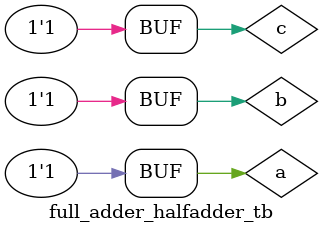
<source format=v>
module half_adder(s,co,a,b);
input a,b;
output s,co;
assign s=a^b;
assign co=a&b;
endmodule

//fulladder
module full_adder_halfadder(s,co,a,b,c);
input a,b,c;
output s,co;
wire t1,t2,t3;
half_adder G1(t1,t2,a,b);
half_adder G2(s,t3,t1,c);
assign co=t2|t3;
endmodule
//testbench
module full_adder_halfadder_tb;
wire s,co;
reg a,b,c;
full_adder_halfadder dut(s,co,a,b,c);
initial
begin
#10 a=1'b0;b=1'b0;c=1'b0;
#10 a=1'b0;b=1'b0;c=1'b1;
#10 a=1'b0;b=1'b1;c=1'b0;
#10 a=1'b0;b=1'b1;c=1'b1;
#10 a=1'b1;b=1'b0;c=1'b0;
#10 a=1'b1;b=1'b0;c=1'b1;
#10 a=1'b1;b=1'b1;c=1'b0;
#10 a=1'b1;b=1'b1;c=1'b1;
end
endmodule

</source>
